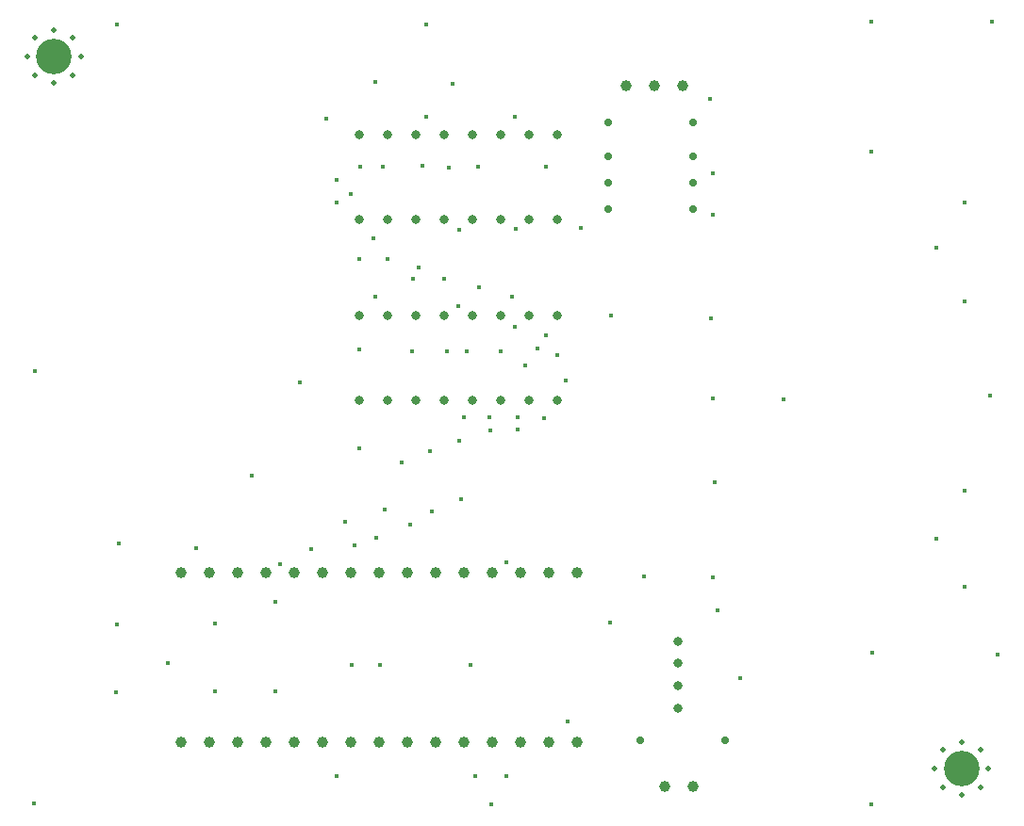
<source format=gbr>
%TF.GenerationSoftware,KiCad,Pcbnew,(6.0.4)*%
%TF.CreationDate,2022-10-03T14:37:32+02:00*%
%TF.ProjectId,GB-Dumper,47422d44-756d-4706-9572-2e6b69636164,0.6*%
%TF.SameCoordinates,PX57bcf00PY83cc3c0*%
%TF.FileFunction,Plated,1,2,PTH,Drill*%
%TF.FilePolarity,Positive*%
%FSLAX46Y46*%
G04 Gerber Fmt 4.6, Leading zero omitted, Abs format (unit mm)*
G04 Created by KiCad (PCBNEW (6.0.4)) date 2022-10-03 14:37:32*
%MOMM*%
%LPD*%
G01*
G04 APERTURE LIST*
%TA.AperFunction,ViaDrill*%
%ADD10C,0.400000*%
%TD*%
%TA.AperFunction,ComponentDrill*%
%ADD11C,0.500000*%
%TD*%
%TA.AperFunction,ComponentDrill*%
%ADD12C,0.700000*%
%TD*%
%TA.AperFunction,ComponentDrill*%
%ADD13C,0.800000*%
%TD*%
%TA.AperFunction,ComponentDrill*%
%ADD14C,1.000000*%
%TD*%
%TA.AperFunction,ComponentDrill*%
%ADD15C,3.200000*%
%TD*%
G04 APERTURE END LIST*
D10*
X2200000Y900000D03*
X2300000Y39700000D03*
X9600000Y10850000D03*
X9650000Y16975000D03*
X9700000Y70900000D03*
X9800000Y24200000D03*
X14200000Y13475000D03*
X16775000Y23825000D03*
X18490000Y17042000D03*
X18490000Y10946000D03*
X21800000Y30300000D03*
X23850000Y18950000D03*
X23850000Y10950000D03*
X24346572Y22400000D03*
X26099500Y38700000D03*
X27100000Y23700000D03*
X28450000Y62450000D03*
X29374500Y54888000D03*
X29400000Y56900000D03*
X29412000Y3326000D03*
X30174000Y26186000D03*
X30682000Y55665500D03*
X30700000Y13275000D03*
X31000000Y24100000D03*
X31400000Y41700000D03*
X31400000Y32800000D03*
X31444000Y49808000D03*
X31500000Y58100000D03*
X32714000Y51623500D03*
X32850000Y46450000D03*
X32877464Y65677464D03*
X32968000Y24737000D03*
X33250000Y13350000D03*
X33513500Y58100000D03*
X33700000Y27250000D03*
X33984000Y49808000D03*
X35254000Y31520000D03*
X35975000Y25950000D03*
X36200000Y41525000D03*
X36270000Y48048267D03*
X36778000Y49046000D03*
X37100000Y58200000D03*
X37400000Y70900000D03*
X37400000Y62600000D03*
X37794000Y32536000D03*
X37900000Y27075000D03*
X39064000Y48030000D03*
X39275000Y41500000D03*
X39456821Y58043179D03*
X39810536Y65540536D03*
X40275000Y45600000D03*
X40400000Y52425000D03*
X40400000Y33500000D03*
X40575000Y28175000D03*
X40842000Y35584000D03*
X41048022Y41525000D03*
X41400000Y13300000D03*
X41858000Y3326000D03*
X42100000Y58100000D03*
X42129989Y47268000D03*
X43128000Y35584000D03*
X43171282Y34385383D03*
X43300000Y800000D03*
X44100000Y41500000D03*
X44650000Y22500500D03*
X44650000Y3350000D03*
X45097930Y46438211D03*
X45400000Y62600000D03*
X45414000Y43712000D03*
X45475000Y52500000D03*
X45610668Y34510668D03*
X45668000Y35584000D03*
X46300000Y40200000D03*
X47390332Y41740332D03*
X48000000Y35500000D03*
X48200000Y58100000D03*
X48208000Y42950000D03*
X49224000Y41134500D03*
X49986000Y38886000D03*
X50100000Y8200000D03*
X51300000Y52600000D03*
X53900000Y17150000D03*
X54050000Y44728000D03*
X57000000Y21300000D03*
X62900000Y64200000D03*
X63000000Y44500000D03*
X63200000Y57500000D03*
X63200000Y53800000D03*
X63200000Y37300000D03*
X63200000Y21200000D03*
X63350000Y29700500D03*
X63632332Y18242332D03*
X65650000Y12100000D03*
X69500000Y37200000D03*
X77400000Y71100000D03*
X77400000Y800000D03*
X77418000Y59460000D03*
X77500000Y14400000D03*
X83260000Y50824000D03*
X83260000Y24662000D03*
X85800000Y54888000D03*
X85800000Y45998000D03*
X85800000Y28980000D03*
X85800000Y20344000D03*
X88100000Y37500000D03*
X88200000Y71100000D03*
X88721000Y14248000D03*
D11*
%TO.C,REF6*%
X1600000Y68000000D03*
X2302944Y69697056D03*
X2302944Y66302944D03*
X4000000Y70400000D03*
X4000000Y65600000D03*
X5697056Y69697056D03*
X5697056Y66302944D03*
X6400000Y68000000D03*
%TO.C,REF7*%
X83100000Y4000000D03*
X83802944Y5697056D03*
X83802944Y2302944D03*
X85500000Y6400000D03*
X85500000Y1600000D03*
X87197056Y5697056D03*
X87197056Y2302944D03*
X87900000Y4000000D03*
D12*
%TO.C,R1*%
X53750000Y62100000D03*
%TO.C,R2*%
X53790000Y59000000D03*
%TO.C,R3*%
X53790000Y56700000D03*
%TO.C,R4*%
X53790000Y54300000D03*
%TO.C,R5*%
X56690000Y6500000D03*
%TO.C,R1*%
X61370000Y62100000D03*
%TO.C,R2*%
X61410000Y59000000D03*
%TO.C,R3*%
X61410000Y56700000D03*
%TO.C,R4*%
X61410000Y54300000D03*
%TO.C,R5*%
X64310000Y6500000D03*
D13*
%TO.C,U2*%
X31429000Y44718000D03*
X31429000Y37098000D03*
%TO.C,U1*%
X31459000Y60994000D03*
X31459000Y53374000D03*
%TO.C,U2*%
X33969000Y44718000D03*
X33969000Y37098000D03*
%TO.C,U1*%
X33999000Y60994000D03*
X33999000Y53374000D03*
%TO.C,U2*%
X36509000Y44718000D03*
X36509000Y37098000D03*
%TO.C,U1*%
X36539000Y60994000D03*
X36539000Y53374000D03*
%TO.C,U2*%
X39049000Y44718000D03*
X39049000Y37098000D03*
%TO.C,U1*%
X39079000Y60994000D03*
X39079000Y53374000D03*
%TO.C,U2*%
X41589000Y44718000D03*
X41589000Y37098000D03*
%TO.C,U1*%
X41619000Y60994000D03*
X41619000Y53374000D03*
%TO.C,U2*%
X44129000Y44718000D03*
X44129000Y37098000D03*
%TO.C,U1*%
X44159000Y60994000D03*
X44159000Y53374000D03*
%TO.C,U2*%
X46669000Y44718000D03*
X46669000Y37098000D03*
%TO.C,U1*%
X46699000Y60994000D03*
X46699000Y53374000D03*
%TO.C,U2*%
X49209000Y44718000D03*
X49209000Y37098000D03*
%TO.C,U1*%
X49239000Y60994000D03*
X49239000Y53374000D03*
%TO.C,J4*%
X60000000Y15450000D03*
X60000000Y13450000D03*
X60000000Y11450000D03*
X60000000Y9450000D03*
D14*
%TO.C,A1*%
X15442000Y21604000D03*
X15442000Y6364000D03*
X17982000Y21604000D03*
X17982000Y6364000D03*
X20522000Y21604000D03*
X20522000Y6364000D03*
X23062000Y21604000D03*
X23062000Y6364000D03*
X25602000Y21604000D03*
X25602000Y6364000D03*
X28142000Y21604000D03*
X28142000Y6364000D03*
X30682000Y21604000D03*
X30682000Y6364000D03*
X33222000Y21604000D03*
X33222000Y6364000D03*
X35762000Y21604000D03*
X35762000Y6364000D03*
X38302000Y21604000D03*
X38302000Y6364000D03*
X40842000Y21604000D03*
X40842000Y6364000D03*
X43382000Y21604000D03*
X43382000Y6364000D03*
X45922000Y21604000D03*
X45922000Y6364000D03*
X48462000Y21604000D03*
X48462000Y6364000D03*
X51002000Y21604000D03*
X51002000Y6364000D03*
%TO.C,J2*%
X55420000Y65400000D03*
X57960000Y65400000D03*
%TO.C,J3*%
X58825000Y2400000D03*
%TO.C,J2*%
X60500000Y65400000D03*
%TO.C,J3*%
X61365000Y2400000D03*
D15*
%TO.C,REF6*%
X4000000Y68000000D03*
%TO.C,REF7*%
X85500000Y4000000D03*
M02*

</source>
